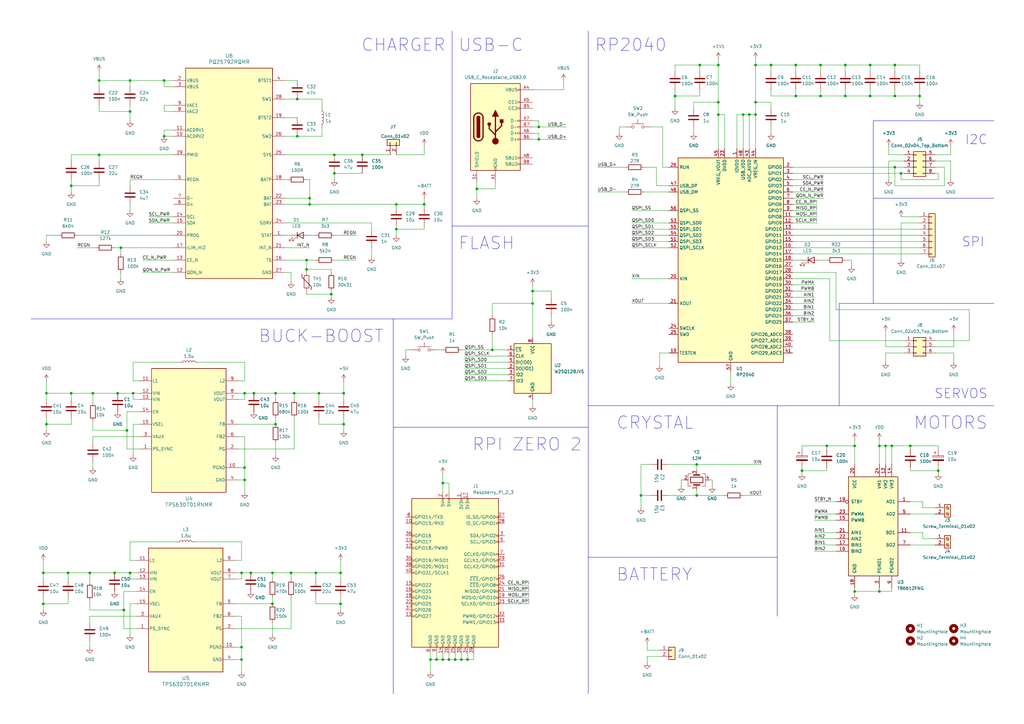
<source format=kicad_sch>
(kicad_sch (version 20230121) (generator eeschema)
  (paper "A3")
  (title_block (date "20.10.2023"))
  (junction (at 285.75 190.5))
  (junction (at 40.64 33.02))
  (junction (at 184.15 270.51))
  (junction (at 129.54 234.95))
  (junction (at 384.81 193.04))
  (junction (at 148.59 63.5))
  (junction (at 309.88 26.67))
  (junction (at 365.76 182.88))
  (junction (at 367.03 68.58))
  (junction (at 220.98 52.07))
  (junction (at 339.09 182.88))
  (junction (at 377.19 39.37))
  (junction (at 369.57 71.12))
  (junction (at 99.06 265.43))
  (junction (at 218.44 119.38))
  (junction (at 130.81 161.29))
  (junction (at 140.97 173.99))
  (junction (at 346.71 26.67))
  (junction (at 191.77 270.51))
  (junction (at 49.53 101.6))
  (junction (at 111.76 234.95))
  (junction (at 50.8 250.19))
  (junction (at 367.03 26.67))
  (junction (at 328.93 193.04))
  (junction (at 100.33 196.85))
  (junction (at 113.03 161.29))
  (junction (at 17.78 247.65))
  (junction (at 189.23 270.51))
  (junction (at 336.55 26.67))
  (junction (at 304.8 46.99))
  (junction (at 125.73 106.68))
  (junction (at 29.21 161.29))
  (junction (at 336.55 39.37))
  (junction (at 294.64 41.91))
  (junction (at 125.73 110.49))
  (junction (at 326.39 39.37))
  (junction (at 113.03 173.99))
  (junction (at 363.22 182.88))
  (junction (at 119.38 234.95))
  (junction (at 181.61 198.12))
  (junction (at 135.89 120.65))
  (junction (at 121.92 40.64))
  (junction (at 173.99 83.82))
  (junction (at 262.89 203.2))
  (junction (at 53.34 33.02))
  (junction (at 307.34 46.99))
  (junction (at 285.75 203.2))
  (junction (at 309.88 41.91))
  (junction (at 162.56 93.98))
  (junction (at 162.56 83.82))
  (junction (at 100.33 161.29))
  (junction (at 179.07 270.51))
  (junction (at 102.87 234.95))
  (junction (at 350.52 242.57))
  (junction (at 287.02 26.67))
  (junction (at 360.68 182.88))
  (junction (at 316.23 26.67))
  (junction (at 19.05 173.99))
  (junction (at 53.34 234.95))
  (junction (at 360.68 242.57))
  (junction (at 218.44 124.46))
  (junction (at 276.86 39.37))
  (junction (at 127 81.28))
  (junction (at 46.99 234.95))
  (junction (at 99.06 270.51))
  (junction (at 294.64 26.67))
  (junction (at 350.52 182.88))
  (junction (at 367.03 39.37))
  (junction (at 48.26 161.29))
  (junction (at 186.69 270.51))
  (junction (at 139.7 247.65))
  (junction (at 346.71 39.37))
  (junction (at 100.33 191.77))
  (junction (at 19.05 161.29))
  (junction (at 356.87 39.37))
  (junction (at 181.61 270.51))
  (junction (at 104.14 161.29))
  (junction (at 120.65 161.29))
  (junction (at 52.07 176.53))
  (junction (at 201.93 143.51))
  (junction (at 38.1 161.29))
  (junction (at 195.58 77.47))
  (junction (at 137.16 71.12))
  (junction (at 309.88 46.99))
  (junction (at 111.76 247.65))
  (junction (at 67.31 33.02))
  (junction (at 27.94 234.95))
  (junction (at 137.16 63.5))
  (junction (at 294.64 46.99))
  (junction (at 356.87 26.67))
  (junction (at 29.21 76.2))
  (junction (at 99.06 234.95))
  (junction (at 54.61 161.29))
  (junction (at 17.78 234.95))
  (junction (at 53.34 45.72))
  (junction (at 373.38 182.88))
  (junction (at 220.98 57.15))
  (junction (at 139.7 234.95))
  (junction (at 67.31 55.88))
  (junction (at 121.92 55.88))
  (junction (at 140.97 161.29))
  (junction (at 36.83 234.95))
  (junction (at 326.39 26.67))
  (junction (at 176.53 270.51))
  (junction (at 127 83.82))
  (junction (at 40.64 63.5))
  (wire (pts (xy 125.73 106.68) (xy 125.73 110.49)))
  (wire (pts (xy 125.73 106.68) (xy 129.54 106.68)))
  (wire (pts (xy 325.12 78.74) (xy 337.82 78.74)))
  (wire (pts (xy 53.34 83.82) (xy 53.34 86.36)))
  (wire (pts (xy 40.64 33.02) (xy 53.34 33.02)))
  (wire (pts (xy 325.12 114.3) (xy 340.36 114.3)))
  (wire (pts (xy 264.16 78.74) (xy 274.32 78.74)))
  (wire (pts (xy 364.49 59.69) (xy 364.49 63.5)))
  (wire (pts (xy 116.84 83.82) (xy 127 83.82)))
  (wire (pts (xy 349.25 109.22) (xy 349.25 106.68)))
  (wire (pts (xy 190.5 156.21) (xy 208.28 156.21)))
  (wire (pts (xy 373.38 210.82) (xy 383.54 210.82)))
  (wire (pts (xy 339.09 191.77) (xy 339.09 193.04)))
  (wire (pts (xy 130.81 161.29) (xy 140.97 161.29)))
  (polyline (pts (xy 344.17 124.46) (xy 407.67 124.46)))
  (wire (pts (xy 391.16 135.89) (xy 391.16 142.24)))
  (wire (pts (xy 356.87 26.67) (xy 356.87 29.21)))
  (wire (pts (xy 373.38 223.52) (xy 383.54 223.52)))
  (wire (pts (xy 397.51 127) (xy 397.51 139.7)))
  (wire (pts (xy 27.94 247.65) (xy 17.78 247.65)))
  (wire (pts (xy 139.7 245.11) (xy 139.7 247.65)))
  (wire (pts (xy 36.83 238.76) (xy 36.83 234.95)))
  (wire (pts (xy 184.15 201.93) (xy 184.15 198.12)))
  (wire (pts (xy 116.84 48.26) (xy 121.92 48.26)))
  (wire (pts (xy 100.33 163.83) (xy 97.79 163.83)))
  (wire (pts (xy 285.75 190.5) (xy 312.42 190.5)))
  (wire (pts (xy 370.84 144.78) (xy 363.22 144.78)))
  (wire (pts (xy 384.81 182.88) (xy 384.81 184.15)))
  (wire (pts (xy 294.64 41.91) (xy 284.48 41.91)))
  (wire (pts (xy 350.52 242.57) (xy 350.52 241.3)))
  (wire (pts (xy 195.58 74.93) (xy 195.58 77.47)))
  (wire (pts (xy 369.57 91.44) (xy 377.19 91.44)))
  (wire (pts (xy 307.34 46.99) (xy 309.88 46.99)))
  (wire (pts (xy 220.98 57.15) (xy 232.41 57.15)))
  (wire (pts (xy 203.2 74.93) (xy 203.2 77.47)))
  (wire (pts (xy 336.55 26.67) (xy 336.55 29.21)))
  (wire (pts (xy 162.56 93.98) (xy 162.56 96.52)))
  (wire (pts (xy 116.84 106.68) (xy 125.73 106.68)))
  (wire (pts (xy 119.38 234.95) (xy 129.54 234.95)))
  (wire (pts (xy 378.46 205.74) (xy 378.46 208.28)))
  (wire (pts (xy 316.23 52.07) (xy 316.23 54.61)))
  (wire (pts (xy 36.83 234.95) (xy 46.99 234.95)))
  (wire (pts (xy 336.55 39.37) (xy 346.71 39.37)))
  (wire (pts (xy 220.98 54.61) (xy 220.98 57.15)))
  (wire (pts (xy 99.06 270.51) (xy 99.06 275.59)))
  (wire (pts (xy 259.08 101.6) (xy 274.32 101.6)))
  (wire (pts (xy 367.03 68.58) (xy 367.03 76.2)))
  (wire (pts (xy 99.06 229.87) (xy 96.52 229.87)))
  (wire (pts (xy 17.78 247.65) (xy 17.78 245.11)))
  (wire (pts (xy 334.01 223.52) (xy 342.9 223.52)))
  (wire (pts (xy 373.38 193.04) (xy 384.81 193.04)))
  (wire (pts (xy 378.46 208.28) (xy 383.54 208.28)))
  (wire (pts (xy 207.01 247.65) (xy 217.17 247.65)))
  (wire (pts (xy 60.96 88.9) (xy 71.12 88.9)))
  (wire (pts (xy 226.06 121.92) (xy 226.06 119.38)))
  (wire (pts (xy 262.89 203.2) (xy 262.89 190.5)))
  (wire (pts (xy 207.01 240.03) (xy 217.17 240.03)))
  (wire (pts (xy 370.84 139.7) (xy 340.36 139.7)))
  (wire (pts (xy 270.51 144.78) (xy 270.51 149.86)))
  (wire (pts (xy 360.68 242.57) (xy 350.52 242.57)))
  (wire (pts (xy 135.89 120.65) (xy 135.89 121.92)))
  (wire (pts (xy 53.34 73.66) (xy 71.12 73.66)))
  (wire (pts (xy 207.01 242.57) (xy 217.17 242.57)))
  (wire (pts (xy 181.61 267.97) (xy 181.61 270.51)))
  (wire (pts (xy 346.71 26.67) (xy 346.71 29.21)))
  (wire (pts (xy 274.32 190.5) (xy 285.75 190.5)))
  (wire (pts (xy 309.88 46.99) (xy 309.88 60.96)))
  (wire (pts (xy 55.88 247.65) (xy 53.34 247.65)))
  (wire (pts (xy 373.38 184.15) (xy 373.38 182.88)))
  (wire (pts (xy 179.07 143.51) (xy 181.61 143.51)))
  (wire (pts (xy 29.21 76.2) (xy 29.21 78.74)))
  (wire (pts (xy 363.22 190.5) (xy 363.22 182.88)))
  (wire (pts (xy 387.35 68.58) (xy 387.35 76.2)))
  (wire (pts (xy 325.12 88.9) (xy 335.28 88.9)))
  (wire (pts (xy 276.86 36.83) (xy 276.86 39.37)))
  (wire (pts (xy 397.51 139.7) (xy 383.54 139.7)))
  (wire (pts (xy 274.32 203.2) (xy 285.75 203.2)))
  (wire (pts (xy 184.15 267.97) (xy 184.15 270.51)))
  (wire (pts (xy 369.57 71.12) (xy 370.84 71.12)))
  (wire (pts (xy 203.2 77.47) (xy 195.58 77.47)))
  (wire (pts (xy 104.14 161.29) (xy 113.03 161.29)))
  (wire (pts (xy 328.93 193.04) (xy 339.09 193.04)))
  (wire (pts (xy 132.08 44.45) (xy 132.08 40.64)))
  (wire (pts (xy 67.31 35.56) (xy 67.31 33.02)))
  (wire (pts (xy 38.1 176.53) (xy 38.1 172.72)))
  (wire (pts (xy 325.12 101.6) (xy 377.19 101.6)))
  (wire (pts (xy 349.25 106.68) (xy 346.71 106.68)))
  (wire (pts (xy 262.89 203.2) (xy 262.89 208.28)))
  (wire (pts (xy 113.03 161.29) (xy 113.03 163.83)))
  (wire (pts (xy 363.22 182.88) (xy 360.68 182.88)))
  (wire (pts (xy 190.5 146.05) (xy 208.28 146.05)))
  (wire (pts (xy 270.51 266.7) (xy 265.43 266.7)))
  (wire (pts (xy 309.88 26.67) (xy 309.88 41.91)))
  (wire (pts (xy 99.06 265.43) (xy 99.06 270.51)))
  (wire (pts (xy 373.38 205.74) (xy 378.46 205.74)))
  (wire (pts (xy 336.55 106.68) (xy 339.09 106.68)))
  (wire (pts (xy 71.12 33.02) (xy 67.31 33.02)))
  (wire (pts (xy 111.76 234.95) (xy 119.38 234.95)))
  (wire (pts (xy 127 96.52) (xy 129.54 96.52)))
  (polyline (pts (xy 358.14 81.28) (xy 358.14 124.46)))
  (wire (pts (xy 201.93 129.54) (xy 201.93 124.46)))
  (wire (pts (xy 52.07 168.91) (xy 57.15 168.91)))
  (wire (pts (xy 339.09 184.15) (xy 339.09 182.88)))
  (wire (pts (xy 334.01 205.74) (xy 342.9 205.74)))
  (wire (pts (xy 387.35 76.2) (xy 367.03 76.2)))
  (wire (pts (xy 292.1 196.85) (xy 292.1 199.39)))
  (wire (pts (xy 96.52 252.73) (xy 99.06 252.73)))
  (wire (pts (xy 190.5 153.67) (xy 208.28 153.67)))
  (wire (pts (xy 96.52 247.65) (xy 111.76 247.65)))
  (wire (pts (xy 383.54 68.58) (xy 387.35 68.58)))
  (wire (pts (xy 276.86 39.37) (xy 287.02 39.37)))
  (wire (pts (xy 326.39 26.67) (xy 336.55 26.67)))
  (wire (pts (xy 17.78 234.95) (xy 17.78 237.49)))
  (wire (pts (xy 162.56 92.71) (xy 162.56 93.98)))
  (wire (pts (xy 139.7 247.65) (xy 129.54 247.65)))
  (wire (pts (xy 325.12 68.58) (xy 367.03 68.58)))
  (polyline (pts (xy 318.77 252.73) (xy 318.77 166.37)))
  (wire (pts (xy 294.64 24.13) (xy 294.64 26.67)))
  (wire (pts (xy 266.7 203.2) (xy 262.89 203.2)))
  (wire (pts (xy 220.98 49.53) (xy 220.98 52.07)))
  (wire (pts (xy 49.53 104.14) (xy 49.53 101.6)))
  (wire (pts (xy 297.18 46.99) (xy 297.18 60.96)))
  (wire (pts (xy 57.15 173.99) (xy 54.61 173.99)))
  (wire (pts (xy 189.23 267.97) (xy 189.23 270.51)))
  (wire (pts (xy 383.54 142.24) (xy 391.16 142.24)))
  (wire (pts (xy 325.12 86.36) (xy 335.28 86.36)))
  (wire (pts (xy 96.52 234.95) (xy 99.06 234.95)))
  (wire (pts (xy 48.26 161.29) (xy 54.61 161.29)))
  (wire (pts (xy 218.44 119.38) (xy 218.44 124.46)))
  (wire (pts (xy 100.33 191.77) (xy 100.33 196.85)))
  (wire (pts (xy 99.06 237.49) (xy 96.52 237.49)))
  (wire (pts (xy 297.18 46.99) (xy 294.64 46.99)))
  (wire (pts (xy 19.05 161.29) (xy 19.05 163.83)))
  (wire (pts (xy 181.61 194.31) (xy 181.61 198.12)))
  (wire (pts (xy 137.16 71.12) (xy 148.59 71.12)))
  (wire (pts (xy 334.01 132.08) (xy 325.12 132.08)))
  (wire (pts (xy 54.61 148.59) (xy 54.61 156.21)))
  (wire (pts (xy 207.01 245.11) (xy 217.17 245.11)))
  (wire (pts (xy 325.12 93.98) (xy 377.19 93.98)))
  (wire (pts (xy 284.48 52.07) (xy 284.48 54.61)))
  (wire (pts (xy 274.32 68.58) (xy 271.78 68.58)))
  (wire (pts (xy 120.65 161.29) (xy 130.81 161.29)))
  (wire (pts (xy 99.06 222.25) (xy 99.06 229.87)))
  (wire (pts (xy 377.19 36.83) (xy 377.19 39.37)))
  (polyline (pts (xy 241.3 12.7) (xy 241.3 92.71)))
  (wire (pts (xy 334.01 116.84) (xy 325.12 116.84)))
  (wire (pts (xy 365.76 241.3) (xy 365.76 242.57)))
  (wire (pts (xy 284.48 41.91) (xy 284.48 44.45)))
  (wire (pts (xy 50.8 242.57) (xy 50.8 250.19)))
  (wire (pts (xy 58.42 106.68) (xy 71.12 106.68)))
  (wire (pts (xy 121.92 40.64) (xy 132.08 40.64)))
  (wire (pts (xy 377.19 26.67) (xy 377.19 29.21)))
  (wire (pts (xy 173.99 83.82) (xy 173.99 85.09)))
  (wire (pts (xy 367.03 68.58) (xy 370.84 68.58)))
  (wire (pts (xy 130.81 163.83) (xy 130.81 161.29)))
  (wire (pts (xy 120.65 171.45) (xy 120.65 184.15)))
  (wire (pts (xy 99.06 234.95) (xy 99.06 237.49)))
  (wire (pts (xy 350.52 243.84) (xy 350.52 242.57)))
  (wire (pts (xy 19.05 173.99) (xy 19.05 171.45)))
  (wire (pts (xy 176.53 267.97) (xy 176.53 270.51)))
  (wire (pts (xy 111.76 255.27) (xy 111.76 260.35)))
  (wire (pts (xy 307.34 46.99) (xy 307.34 60.96)))
  (wire (pts (xy 363.22 135.89) (xy 363.22 142.24)))
  (wire (pts (xy 40.64 33.02) (xy 40.64 35.56)))
  (wire (pts (xy 96.52 265.43) (xy 99.06 265.43)))
  (wire (pts (xy 189.23 270.51) (xy 186.69 270.51)))
  (wire (pts (xy 53.34 247.65) (xy 53.34 260.35)))
  (wire (pts (xy 36.83 252.73) (xy 36.83 255.27)))
  (wire (pts (xy 49.53 101.6) (xy 71.12 101.6)))
  (wire (pts (xy 127 81.28) (xy 127 83.82)))
  (wire (pts (xy 194.31 267.97) (xy 194.31 270.51)))
  (wire (pts (xy 166.37 146.05) (xy 166.37 143.51)))
  (wire (pts (xy 218.44 124.46) (xy 218.44 138.43)))
  (wire (pts (xy 302.26 46.99) (xy 302.26 60.96)))
  (wire (pts (xy 179.07 267.97) (xy 179.07 270.51)))
  (wire (pts (xy 265.43 264.16) (xy 265.43 266.7)))
  (wire (pts (xy 342.9 127) (xy 397.51 127)))
  (wire (pts (xy 287.02 36.83) (xy 287.02 39.37)))
  (wire (pts (xy 360.68 180.34) (xy 360.68 182.88)))
  (wire (pts (xy 121.92 55.88) (xy 116.84 55.88)))
  (wire (pts (xy 201.93 143.51) (xy 208.28 143.51)))
  (wire (pts (xy 383.54 144.78) (xy 391.16 144.78)))
  (wire (pts (xy 38.1 161.29) (xy 48.26 161.29)))
  (wire (pts (xy 191.77 270.51) (xy 189.23 270.51)))
  (wire (pts (xy 121.92 55.88) (xy 132.08 55.88)))
  (wire (pts (xy 140.97 171.45) (xy 140.97 173.99)))
  (wire (pts (xy 378.46 218.44) (xy 373.38 218.44)))
  (wire (pts (xy 29.21 73.66) (xy 29.21 76.2)))
  (wire (pts (xy 226.06 119.38) (xy 218.44 119.38)))
  (wire (pts (xy 179.07 270.51) (xy 176.53 270.51)))
  (wire (pts (xy 190.5 151.13) (xy 208.28 151.13)))
  (wire (pts (xy 125.73 120.65) (xy 135.89 120.65)))
  (wire (pts (xy 40.64 45.72) (xy 53.34 45.72)))
  (wire (pts (xy 328.93 184.15) (xy 328.93 182.88)))
  (wire (pts (xy 334.01 121.92) (xy 325.12 121.92)))
  (wire (pts (xy 259.08 96.52) (xy 274.32 96.52)))
  (wire (pts (xy 340.36 114.3) (xy 340.36 139.7)))
  (wire (pts (xy 50.8 242.57) (xy 55.88 242.57)))
  (wire (pts (xy 285.75 190.5) (xy 285.75 193.04)))
  (wire (pts (xy 120.65 161.29) (xy 120.65 163.83)))
  (wire (pts (xy 17.78 229.87) (xy 17.78 234.95)))
  (wire (pts (xy 377.19 39.37) (xy 377.19 41.91)))
  (wire (pts (xy 116.84 81.28) (xy 127 81.28)))
  (wire (pts (xy 19.05 156.21) (xy 19.05 161.29)))
  (wire (pts (xy 201.93 137.16) (xy 201.93 143.51)))
  (wire (pts (xy 325.12 71.12) (xy 369.57 71.12)))
  (wire (pts (xy 100.33 196.85) (xy 100.33 201.93)))
  (wire (pts (xy 19.05 161.29) (xy 29.21 161.29)))
  (wire (pts (xy 364.49 63.5) (xy 370.84 63.5)))
  (polyline (pts (xy 358.14 49.53) (xy 358.14 81.28)))
  (wire (pts (xy 173.99 81.28) (xy 173.99 83.82)))
  (wire (pts (xy 53.34 229.87) (xy 55.88 229.87)))
  (wire (pts (xy 97.79 179.07) (xy 100.33 179.07)))
  (wire (pts (xy 389.89 66.04) (xy 389.89 73.66)))
  (wire (pts (xy 17.78 247.65) (xy 17.78 250.19)))
  (wire (pts (xy 116.84 33.02) (xy 121.92 33.02)))
  (wire (pts (xy 220.98 52.07) (xy 232.41 52.07)))
  (polyline (pts (xy 12.7 130.81) (xy 161.29 130.81)))
  (wire (pts (xy 38.1 165.1) (xy 38.1 161.29)))
  (wire (pts (xy 218.44 163.83) (xy 218.44 166.37)))
  (wire (pts (xy 102.87 234.95) (xy 111.76 234.95)))
  (wire (pts (xy 316.23 41.91) (xy 309.88 41.91)))
  (wire (pts (xy 135.89 120.65) (xy 135.89 119.38)))
  (wire (pts (xy 294.64 26.67) (xy 287.02 26.67)))
  (wire (pts (xy 129.54 237.49) (xy 129.54 234.95)))
  (wire (pts (xy 71.12 53.34) (xy 67.31 53.34)))
  (wire (pts (xy 279.4 196.85) (xy 279.4 199.39)))
  (wire (pts (xy 162.56 93.98) (xy 173.99 93.98)))
  (wire (pts (xy 218.44 116.84) (xy 218.44 119.38)))
  (wire (pts (xy 173.99 59.69) (xy 173.99 63.5)))
  (wire (pts (xy 365.76 182.88) (xy 373.38 182.88)))
  (wire (pts (xy 29.21 173.99) (xy 19.05 173.99)))
  (wire (pts (xy 162.56 83.82) (xy 162.56 85.09)))
  (wire (pts (xy 269.24 68.58) (xy 269.24 76.2)))
  (wire (pts (xy 97.79 184.15) (xy 120.65 184.15)))
  (wire (pts (xy 46.99 101.6) (xy 49.53 101.6)))
  (wire (pts (xy 265.43 269.24) (xy 265.43 271.78)))
  (wire (pts (xy 334.01 220.98) (xy 342.9 220.98)))
  (wire (pts (xy 226.06 129.54) (xy 226.06 132.08)))
  (wire (pts (xy 67.31 43.18) (xy 67.31 45.72)))
  (wire (pts (xy 31.75 101.6) (xy 39.37 101.6)))
  (wire (pts (xy 264.16 68.58) (xy 269.24 68.58)))
  (wire (pts (xy 27.94 245.11) (xy 27.94 247.65)))
  (wire (pts (xy 384.81 73.66) (xy 369.57 73.66)))
  (wire (pts (xy 367.03 36.83) (xy 367.03 39.37)))
  (wire (pts (xy 116.84 101.6) (xy 127 101.6)))
  (polyline (pts (xy 161.29 130.81) (xy 185.42 130.81)))
  (polyline (pts (xy 241.3 92.71) (xy 185.42 92.71)))
  (wire (pts (xy 181.61 198.12) (xy 181.61 201.93)))
  (wire (pts (xy 135.89 110.49) (xy 125.73 110.49)))
  (wire (pts (xy 378.46 220.98) (xy 378.46 218.44)))
  (wire (pts (xy 53.34 234.95) (xy 53.34 237.49)))
  (wire (pts (xy 135.89 111.76) (xy 135.89 110.49)))
  (wire (pts (xy 186.69 270.51) (xy 184.15 270.51)))
  (wire (pts (xy 342.9 111.76) (xy 342.9 127)))
  (wire (pts (xy 100.33 196.85) (xy 97.79 196.85)))
  (wire (pts (xy 40.64 63.5) (xy 71.12 63.5)))
  (wire (pts (xy 280.67 196.85) (xy 279.4 196.85)))
  (wire (pts (xy 73.66 148.59) (xy 54.61 148.59)))
  (wire (pts (xy 40.64 29.21) (xy 40.64 33.02)))
  (wire (pts (xy 40.64 63.5) (xy 40.64 66.04)))
  (wire (pts (xy 316.23 39.37) (xy 326.39 39.37)))
  (wire (pts (xy 162.56 63.5) (xy 173.99 63.5)))
  (wire (pts (xy 391.16 144.78) (xy 391.16 148.59)))
  (wire (pts (xy 53.34 43.18) (xy 53.34 45.72)))
  (wire (pts (xy 97.79 161.29) (xy 100.33 161.29)))
  (wire (pts (xy 367.03 39.37) (xy 377.19 39.37)))
  (wire (pts (xy 339.09 182.88) (xy 350.52 182.88)))
  (wire (pts (xy 191.77 267.97) (xy 191.77 270.51)))
  (wire (pts (xy 383.54 63.5) (xy 389.89 63.5)))
  (wire (pts (xy 60.96 91.44) (xy 71.12 91.44)))
  (wire (pts (xy 119.38 111.76) (xy 119.38 115.57)))
  (wire (pts (xy 116.84 63.5) (xy 137.16 63.5)))
  (wire (pts (xy 29.21 76.2) (xy 40.64 76.2)))
  (wire (pts (xy 294.64 26.67) (xy 294.64 41.91)))
  (wire (pts (xy 55.88 257.81) (xy 50.8 257.81)))
  (wire (pts (xy 140.97 176.53) (xy 140.97 173.99)))
  (polyline (pts (xy 318.77 166.37) (xy 407.67 166.37)))
  (wire (pts (xy 53.34 45.72) (xy 53.34 49.53)))
  (wire (pts (xy 370.84 66.04) (xy 364.49 66.04)))
  (wire (pts (xy 304.8 46.99) (xy 304.8 60.96)))
  (wire (pts (xy 336.55 26.67) (xy 346.71 26.67)))
  (wire (pts (xy 139.7 250.19) (xy 139.7 247.65)))
  (wire (pts (xy 256.54 52.07) (xy 254 52.07)))
  (wire (pts (xy 80.01 222.25) (xy 99.06 222.25)))
  (wire (pts (xy 325.12 96.52) (xy 377.19 96.52)))
  (wire (pts (xy 325.12 106.68) (xy 328.93 106.68)))
  (wire (pts (xy 184.15 270.51) (xy 181.61 270.51)))
  (wire (pts (xy 118.11 73.66) (xy 116.84 73.66)))
  (wire (pts (xy 325.12 99.06) (xy 377.19 99.06)))
  (wire (pts (xy 27.94 234.95) (xy 27.94 237.49)))
  (wire (pts (xy 325.12 104.14) (xy 377.19 104.14)))
  (wire (pts (xy 274.32 144.78) (xy 270.51 144.78)))
  (wire (pts (xy 36.83 250.19) (xy 36.83 246.38)))
  (wire (pts (xy 360.68 182.88) (xy 360.68 190.5)))
  (wire (pts (xy 29.21 161.29) (xy 38.1 161.29)))
  (wire (pts (xy 119.38 245.11) (xy 119.38 257.81)))
  (wire (pts (xy 299.72 152.4) (xy 299.72 157.48)))
  (wire (pts (xy 72.39 222.25) (xy 53.34 222.25)))
  (wire (pts (xy 342.9 111.76) (xy 325.12 111.76)))
  (wire (pts (xy 360.68 242.57) (xy 360.68 241.3)))
  (wire (pts (xy 186.69 267.97) (xy 186.69 270.51)))
  (wire (pts (xy 38.1 176.53) (xy 52.07 176.53)))
  (wire (pts (xy 389.89 59.69) (xy 389.89 63.5)))
  (wire (pts (xy 287.02 26.67) (xy 287.02 29.21)))
  (wire (pts (xy 326.39 39.37) (xy 336.55 39.37)))
  (wire (pts (xy 218.44 54.61) (xy 220.98 54.61)))
  (wire (pts (xy 36.83 262.89) (xy 36.83 265.43)))
  (wire (pts (xy 67.31 53.34) (xy 67.31 55.88)))
  (wire (pts (xy 373.38 193.04) (xy 373.38 191.77)))
  (polyline (pts (xy 241.3 92.71) (xy 241.3 175.26)))
  (wire (pts (xy 181.61 270.51) (xy 179.07 270.51)))
  (wire (pts (xy 369.57 73.66) (xy 369.57 71.12)))
  (wire (pts (xy 259.08 114.3) (xy 274.32 114.3)))
  (wire (pts (xy 40.64 43.18) (xy 40.64 45.72)))
  (wire (pts (xy 285.75 200.66) (xy 285.75 203.2)))
  (wire (pts (xy 334.01 129.54) (xy 325.12 129.54)))
  (wire (pts (xy 19.05 173.99) (xy 19.05 176.53)))
  (wire (pts (xy 328.93 182.88) (xy 339.09 182.88)))
  (wire (pts (xy 316.23 36.83) (xy 316.23 39.37)))
  (wire (pts (xy 53.34 73.66) (xy 53.34 76.2)))
  (wire (pts (xy 162.56 83.82) (xy 173.99 83.82)))
  (wire (pts (xy 173.99 93.98) (xy 173.99 92.71)))
  (wire (pts (xy 67.31 45.72) (xy 71.12 45.72)))
  (wire (pts (xy 269.24 76.2) (xy 274.32 76.2)))
  (wire (pts (xy 356.87 26.67) (xy 367.03 26.67)))
  (wire (pts (xy 152.4 91.44) (xy 152.4 93.98)))
  (wire (pts (xy 309.88 41.91) (xy 309.88 46.99)))
  (wire (pts (xy 111.76 245.11) (xy 111.76 247.65)))
  (polyline (pts (xy 407.67 49.53) (xy 358.14 49.53)))
  (wire (pts (xy 58.42 111.76) (xy 71.12 111.76)))
  (wire (pts (xy 334.01 124.46) (xy 325.12 124.46)))
  (wire (pts (xy 137.16 71.12) (xy 137.16 73.66)))
  (wire (pts (xy 127 81.28) (xy 127 73.66)))
  (wire (pts (xy 259.08 86.36) (xy 274.32 86.36)))
  (wire (pts (xy 29.21 171.45) (xy 29.21 173.99)))
  (wire (pts (xy 100.33 156.21) (xy 97.79 156.21)))
  (wire (pts (xy 259.08 124.46) (xy 274.32 124.46)))
  (wire (pts (xy 259.08 91.44) (xy 274.32 91.44)))
  (wire (pts (xy 100.33 179.07) (xy 100.33 191.77)))
  (wire (pts (xy 384.81 71.12) (xy 383.54 71.12)))
  (wire (pts (xy 31.75 96.52) (xy 71.12 96.52)))
  (wire (pts (xy 140.97 156.21) (xy 140.97 161.29)))
  (wire (pts (xy 116.84 96.52) (xy 119.38 96.52)))
  (wire (pts (xy 276.86 39.37) (xy 276.86 44.45)))
  (wire (pts (xy 71.12 43.18) (xy 67.31 43.18)))
  (wire (pts (xy 356.87 39.37) (xy 367.03 39.37)))
  (wire (pts (xy 356.87 36.83) (xy 356.87 39.37)))
  (wire (pts (xy 262.89 190.5) (xy 266.7 190.5)))
  (wire (pts (xy 218.44 57.15) (xy 220.98 57.15)))
  (wire (pts (xy 111.76 234.95) (xy 111.76 237.49)))
  (wire (pts (xy 218.44 52.07) (xy 220.98 52.07)))
  (wire (pts (xy 316.23 26.67) (xy 326.39 26.67)))
  (wire (pts (xy 365.76 182.88) (xy 363.22 182.88)))
  (wire (pts (xy 334.01 226.06) (xy 342.9 226.06)))
  (wire (pts (xy 316.23 29.21) (xy 316.23 26.67)))
  (wire (pts (xy 140.97 173.99) (xy 130.81 173.99)))
  (wire (pts (xy 201.93 124.46) (xy 218.44 124.46)))
  (wire (pts (xy 137.16 96.52) (xy 146.05 96.52)))
  (wire (pts (xy 17.78 234.95) (xy 27.94 234.95)))
  (polyline (pts (xy 241.3 175.26) (xy 241.3 284.48)))
  (wire (pts (xy 52.07 168.91) (xy 52.07 176.53)))
  (wire (pts (xy 49.53 111.76) (xy 49.53 114.3)))
  (wire (pts (xy 29.21 161.29) (xy 29.21 163.83)))
  (wire (pts (xy 113.03 181.61) (xy 113.03 186.69)))
  (wire (pts (xy 55.88 234.95) (xy 53.34 234.95)))
  (wire (pts (xy 99.06 234.95) (xy 102.87 234.95)))
  (wire (pts (xy 127 83.82) (xy 162.56 83.82)))
  (wire (pts (xy 53.34 222.25) (xy 53.34 229.87)))
  (wire (pts (xy 302.26 46.99) (xy 304.8 46.99)))
  (wire (pts (xy 140.97 161.29) (xy 140.97 163.83)))
  (wire (pts (xy 377.19 88.9) (xy 369.57 88.9)))
  (wire (pts (xy 54.61 163.83) (xy 57.15 163.83)))
  (wire (pts (xy 100.33 161.29) (xy 104.14 161.29)))
  (wire (pts (xy 259.08 93.98) (xy 274.32 93.98)))
  (wire (pts (xy 57.15 161.29) (xy 54.61 161.29)))
  (wire (pts (xy 38.1 179.07) (xy 38.1 181.61)))
  (wire (pts (xy 139.7 229.87) (xy 139.7 234.95)))
  (wire (pts (xy 53.34 33.02) (xy 53.34 35.56)))
  (wire (pts (xy 325.12 81.28) (xy 337.82 81.28)))
  (wire (pts (xy 113.03 171.45) (xy 113.03 173.99)))
  (wire (pts (xy 346.71 26.67) (xy 356.87 26.67)))
  (wire (pts (xy 100.33 148.59) (xy 100.33 156.21)))
  (wire (pts (xy 271.78 68.58) (xy 271.78 52.07)))
  (wire (pts (xy 367.03 26.67) (xy 367.03 29.21)))
  (wire (pts (xy 259.08 99.06) (xy 274.32 99.06)))
  (wire (pts (xy 116.84 111.76) (xy 119.38 111.76)))
  (wire (pts (xy 334.01 213.36) (xy 342.9 213.36)))
  (wire (pts (xy 29.21 63.5) (xy 29.21 66.04)))
  (wire (pts (xy 71.12 35.56) (xy 67.31 35.56)))
  (wire (pts (xy 148.59 63.5) (xy 160.02 63.5)))
  (wire (pts (xy 384.81 193.04) (xy 384.81 191.77)))
  (wire (pts (xy 194.31 270.51) (xy 191.77 270.51)))
  (wire (pts (xy 367.03 26.67) (xy 377.19 26.67)))
  (wire (pts (xy 97.79 173.99) (xy 113.03 173.99)))
  (wire (pts (xy 266.7 52.07) (xy 271.78 52.07)))
  (wire (pts (xy 378.46 220.98) (xy 383.54 220.98)))
  (wire (pts (xy 55.88 252.73) (xy 36.83 252.73)))
  (wire (pts (xy 57.15 179.07) (xy 38.1 179.07)))
  (wire (pts (xy 304.8 46.99) (xy 307.34 46.99)))
  (polyline (pts (xy 185.42 12.7) (xy 185.42 130.81)))
  (wire (pts (xy 254 52.07) (xy 254 54.61)))
  (wire (pts (xy 350.52 180.34) (xy 350.52 182.88)))
  (wire (pts (xy 127 73.66) (xy 125.73 73.66)))
  (wire (pts (xy 290.83 196.85) (xy 292.1 196.85)))
  (wire (pts (xy 100.33 161.29) (xy 100.33 163.83)))
  (wire (pts (xy 334.01 218.44) (xy 342.9 218.44)))
  (wire (pts (xy 97.79 191.77) (xy 100.33 191.77)))
  (wire (pts (xy 365.76 242.57) (xy 360.68 242.57)))
  (wire (pts (xy 176.53 270.51) (xy 176.53 275.59)))
  (wire (pts (xy 27.94 234.95) (xy 36.83 234.95)))
  (polyline (pts (xy 241.3 166.37) (xy 318.77 166.37)))
  (wire (pts (xy 328.93 193.04) (xy 328.93 194.31)))
  (polyline (pts (xy 241.3 228.6) (xy 318.77 228.6)))
  (wire (pts (xy 346.71 36.83) (xy 346.71 39.37)))
  (wire (pts (xy 334.01 119.38) (xy 325.12 119.38)))
  (polyline (pts (xy 407.67 81.28) (xy 358.14 81.28)))
  (wire (pts (xy 52.07 184.15) (xy 52.07 176.53)))
  (wire (pts (xy 326.39 36.83) (xy 326.39 39.37)))
  (wire (pts (xy 99.06 270.51) (xy 96.52 270.51)))
  (wire (pts (xy 364.49 66.04) (xy 364.49 73.66)))
  (wire (pts (xy 67.31 55.88) (xy 71.12 55.88)))
  (wire (pts (xy 54.61 173.99) (xy 54.61 186.69)))
  (wire (pts (xy 218.44 36.83) (xy 231.14 36.83)))
  (wire (pts (xy 24.13 96.52) (xy 19.05 96.52)))
  (wire (pts (xy 325.12 76.2) (xy 337.82 76.2)))
  (wire (pts (xy 384.81 71.12) (xy 384.81 73.66)))
  (wire (pts (xy 336.55 36.83) (xy 336.55 39.37)))
  (wire (pts (xy 328.93 191.77) (xy 328.93 193.04)))
  (wire (pts (xy 166.37 143.51) (xy 168.91 143.51)))
  (wire (pts (xy 383.54 66.04) (xy 389.89 66.04)))
  (wire (pts (xy 57.15 184.15) (xy 52.07 184.15)))
  (wire (pts (xy 19.05 96.52) (xy 19.05 99.06)))
  (wire (pts (xy 129.54 234.95) (xy 139.7 234.95)))
  (wire (pts (xy 231.14 33.02) (xy 231.14 36.83)))
  (wire (pts (xy 256.54 78.74) (xy 245.11 78.74)))
  (wire (pts (xy 40.64 73.66) (xy 40.64 76.2)))
  (wire (pts (xy 29.21 63.5) (xy 40.64 63.5)))
  (wire (pts (xy 50.8 257.81) (xy 50.8 250.19)))
  (wire (pts (xy 325.12 91.44) (xy 335.28 91.44)))
  (wire (pts (xy 189.23 143.51) (xy 201.93 143.51)))
  (wire (pts (xy 190.5 148.59) (xy 208.28 148.59)))
  (wire (pts (xy 46.99 234.95) (xy 53.34 234.95)))
  (wire (pts (xy 326.39 26.67) (xy 326.39 29.21)))
  (wire (pts (xy 304.8 203.2) (xy 312.42 203.2)))
  (wire (pts (xy 370.84 142.24) (xy 363.22 142.24)))
  (wire (pts (xy 373.38 182.88) (xy 384.81 182.88)))
  (wire (pts (xy 384.81 193.04) (xy 384.81 194.31)))
  (wire (pts (xy 116.84 91.44) (xy 152.4 91.44)))
  (wire (pts (xy 137.16 63.5) (xy 148.59 63.5)))
  (wire (pts (xy 294.64 46.99) (xy 294.64 60.96)))
  (wire (pts (xy 294.64 46.99) (xy 294.64 41.91)))
  (polyline (pts (xy 161.29 175.26) (xy 241.3 175.26)))
  (wire (pts (xy 276.86 26.67) (xy 276.86 29.21)))
  (wire (pts (xy 316.23 44.45) (xy 316.23 41.91)))
  (wire (pts (xy 365.76 190.5) (xy 365.76 182.88)))
  (wire (pts (xy 218.44 49.53) (xy 220.98 49.53)))
  (wire (pts (xy 36.83 250.19) (xy 50.8 250.19)))
  (wire (pts (xy 54.61 161.29) (xy 54.61 163.83)))
  (wire (pts (xy 270.51 269.24) (xy 265.43 269.24)))
  (wire (pts (xy 132.08 52.07) (xy 132.08 55.88)))
  (wire (pts (xy 99.06 252.73) (xy 99.06 265.43)))
  (wire (pts (xy 38.1 189.23) (xy 38.1 191.77)))
  (wire (pts (xy 53.34 33.02) (xy 67.31 33.02)))
  (wire (pts (xy 113.03 161.29) (xy 120.65 161.29)))
  (wire (pts (xy 146.05 106.68) (xy 137.16 106.68)))
  (wire (pts (xy 119.38 234.95) (xy 119.38 237.49)))
  (wire (pts (xy 54.61 156.21) (xy 57.15 156.21)))
  (wire (pts (xy 350.52 182.88) (xy 350.52 190.5)))
  (wire (pts (xy 285.75 203.2) (xy 297.18 203.2)))
  (wire (pts (xy 81.28 148.59) (xy 100.33 148.59)))
  (wire (pts (xy 325.12 73.66) (xy 337.82 73.66)))
  (wire (pts (xy 334.01 127) (xy 325.12 127)))
  (polyline (pts (xy 161.29 130.81) (xy 161.29 284.48)))
  (wire (pts (xy 129.54 247.65) (xy 129.54 245.11)))
  (wire (pts (xy 309.88 26.67) (xy 316.23 26.67)))
  (wire (pts (xy 139.7 234.95) (xy 139.7 237.49)))
  (wire (pts (xy 325.12 83.82) (xy 335.28 83.82)))
  (wire (pts (xy 96.52 257.81) (xy 119.38 257.81)))
  (wire (pts (xy 130.81 173.99) (xy 130.81 171.45)))
  (wire (pts (xy 369.57 106.68) (xy 369.57 91.44)))
  (polyline (pts (xy 344.17 166.37) (xy 344.17 124.46)))
  (wire (pts (xy 346.71 39.37) (xy 356.87 39.37)))
  (wire (pts (xy 152.4 101.6) (xy 152.4 105.41)))
  (wire (pts (xy 195.58 77.47) (xy 195.58 81.28)))
  (wire (pts (xy 245.11 68.58) (xy 256.54 68.58)))
  (wire (pts (xy 363.22 144.78) (xy 363.22 148.59)))
  (wire (pts (xy 287.02 26.67) (xy 276.86 26.67)))
  (wire (pts (xy 53.34 237.49) (xy 55.88 237.49)))
  (wire (pts (xy 121.92 40.64) (xy 116.84 40.64)))
  (wire (pts (xy 309.88 24.13) (xy 309.88 26.67)))
  (wire (pts (xy 184.15 198.12) (xy 181.61 198.12)))
  (wire (pts (xy 334.01 210.82) (xy 342.9 210.82)))
  (text "RP2040" (at 243.84 21.59 0) (effects (font (size 5.08 5.08)) (justify left bottom)))
  (text "BUCK-BOOST" (at 157.48 140.97 0) (effects (font (size 5.08 5.08)) (justify right bottom)))
  (text "BATTERY" (at 252.73 238.76 0) (effects (font (size 5.08 5.08)) (justify left bottom)))
  (text "I2C" (at 405.13 59.69 0) (effects (font (size 3.81 3.81)) (justify right bottom)))
  (text "CRYSTAL" (at 252.73 176.53 0) (effects (font (size 5.08 5.08)) (justify left bottom)))
  (text "SERVOS" (at 405.13 163.83 0) (effects (font (size 3.81 3.81)) (justify right bottom)))
  (text "USB-C" (at 187.96 21.59 0) (effects (font (size 5.08 5.08)) (justify left bottom)))
  (text "RPI ZERO 2" (at 238.76 185.42 0) (effects (font (size 5.08 5.08)) (justify right bottom)))
  (text "FLASH" (at 187.96 102.87 0) (effects (font (size 5.08 5.08)) (justify left bottom)))
  (text "MOTORS" (at 405.13 176.53 0) (effects (font (size 5.08 5.08)) (justify right bottom)))
  (text "CHARGER" (at 182.88 21.59 0) (effects (font (size 5.08 5.08)) (justify right bottom)))
  (text "SPI" (at 403.86 101.6 0) (effects (font (size 3.81 3.81)) (justify right bottom)))
  (label "SCLK_RPi" (at 217.17 247.65 180))
  (label "MISO_RPi" (at 217.17 242.57 180))
  (label "CE_N_RPI" (at 335.28 83.82 180))
  (label "XOUT" (at 259.08 124.46 0))
  (label "AIN2" (at 334.01 220.98 0))
  (label "BIN2" (at 334.01 226.06 0))
  (label "REGN" (at 146.05 96.52 180))
  (label "SCL_PWR" (at 337.82 73.66 180))
  (label "QSPI_SD0" (at 190.5 148.59 0))
  (label "REGN" (at 31.75 101.6 0))
  (label "REGN" (at 146.05 106.68 180))
  (label "QSPI_SD2" (at 259.08 96.52 0))
  (label "CE_N_PWR" (at 337.82 78.74 180))
  (label "QSPI_SCLK" (at 259.08 101.6 0))
  (label "QSPI_SD0" (at 259.08 91.44 0))
  (label "QSPI_SD3" (at 190.5 156.21 0))
  (label "MOSI_RPi" (at 335.28 88.9 180))
  (label "AIN1" (at 334.01 121.92 180))
  (label "XIN" (at 259.08 114.3 0))
  (label "BIN2" (at 334.01 129.54 180))
  (label "QSPI_SD1" (at 259.08 93.98 0))
  (label "SCL_PWR" (at 60.96 88.9 0))
  (label "CE_N_PWR" (at 58.42 106.68 0))
  (label "USB_D-" (at 232.41 52.07 180))
  (label "PWMA" (at 334.01 210.82 0))
  (label "QSPI_SCLK" (at 190.5 146.05 0))
  (label "BIN1" (at 334.01 223.52 0))
  (label "XIN" (at 312.42 190.5 180))
  (label "MISO_RPi" (at 335.28 86.36 180))
  (label "PWMA" (at 334.01 116.84 180))
  (label "QSPI_SD3" (at 259.08 99.06 0))
  (label "INT_N" (at 127 101.6 180))
  (label "QSPI_SS" (at 259.08 86.36 0))
  (label "QON_N_PWR" (at 58.42 111.76 0))
  (label "QON_N_PWR" (at 337.82 81.28 180))
  (label "QSPI_SD2" (at 190.5 153.67 0))
  (label "MOSI_RPi" (at 217.17 245.11 180))
  (label "STBY_N" (at 334.01 132.08 180))
  (label "XOUT" (at 312.42 203.2 180))
  (label "STBY_N" (at 334.01 205.74 0))
  (label "USB_D+" (at 232.41 57.15 180))
  (label "PWMB" (at 334.01 213.36 0))
  (label "USB_D-" (at 245.11 78.74 0))
  (label "AIN1" (at 334.01 218.44 0))
  (label "AIN2" (at 334.01 124.46 180))
  (label "QSPI_SS" (at 190.5 143.51 0))
  (label "SCLK_RPi" (at 335.28 91.44 180))
  (label "USB_D+" (at 245.11 68.58 0))
  (label "PWMB" (at 334.01 119.38 180))
  (label "QSPI_SD1" (at 190.5 151.13 0))
  (label "SDA_PWR" (at 337.82 76.2 180))
  (label "CE_N_RPI" (at 217.17 240.03 180))
  (label "BIN1" (at 334.01 127 180))
  (label "SDA_PWR" (at 60.96 91.44 0))
  (label "REGN" (at 53.34 73.66 0))
  (symbol (lib_id "Device:Crystal_GND24") (at 285.75 196.85 90) (unit 1)
    (property "Reference" "Y2" (at 285.75 185.42 90))
    (property "Value" "12M" (at 285.75 187.96 90))
    (property "Footprint" "Crystal:Crystal_SMD_3225-4Pin_3.2x2.5mm" (effects hide))
  )
  (symbol (lib_id "power:GND") (at 54.61 186.69 0) (unit 1)
    (property "Reference" "#PWR024" (effects hide))
    (property "Value" "GND" (at 54.61 191.77 0))
  )
  (symbol (lib_id "Device:C") (at 48.26 165.1 0) (unit 1)
    (property "Reference" "C1" (at 50.8 163.83 0) (effects (justify left)))
    (property "Value" "10u" (at 50.8 166.37 0) (effects (justify left)))
    (property "Footprint" "Capacitor_SMD:C_0603_1608Metric" (effects hide))
  )
  (symbol (lib_id "Device:C") (at 139.7 241.3 0) (unit 1)
    (property "Reference" "C53" (at 142.24 240.03 0) (effects (justify left)))
    (property "Value" "47u" (at 142.24 242.57 0) (effects (justify left)))
    (property "Footprint" "Capacitor_SMD:C_0805_2012Metric" (effects hide))
  )
  (symbol (lib_id "Device:R") (at 38.1 168.91 0) (unit 1)
    (property "Reference" "R14" (at 39.37 167.64 0) (effects (justify left)))
    (property "Value" "10k" (at 39.37 170.18 0) (effects (justify left)))
    (property "Footprint" "Resistor_SMD:R_0402_1005Metric" (effects hide))
  )
  (symbol (lib_id "power:GND") (at 135.89 121.92 0) (unit 1)
    (property "Reference" "#PWR015" (effects hide))
    (property "Value" "GND" (at 135.89 127 0))
  )
  (symbol (lib_id "power:GND") (at 350.52 243.84 0) (unit 1)
    (property "Reference" "#PWR013" (effects hide))
    (property "Value" "GND" (at 350.52 248.92 0))
  )
  (symbol (lib_id "Device:C") (at 38.1 185.42 0) (unit 1)
    (property "Reference" "C42" (at 41.91 184.15 0) (effects (justify left)))
    (property "Value" "100n" (at 41.91 186.69 0) (effects (justify left)))
    (property "Footprint" "Capacitor_SMD:C_0402_1005Metric" (effects hide))
  )
  (symbol (lib_id "Device:C") (at 104.14 165.1 0) (unit 1)
    (property "Reference" "C43" (at 106.68 163.83 0) (effects (justify left)))
    (property "Value" "10u" (at 106.68 166.37 0) (effects (justify left)))
    (property "Footprint" "Capacitor_SMD:C_0603_1608Metric" (effects hide))
  )
  (symbol (lib_id "Device:R") (at 133.35 106.68 90) (unit 1)
    (property "Reference" "R8" (at 133.35 100.33 90))
    (property "Value" "5k24" (at 133.35 102.87 90))
    (property "Footprint" "Resistor_SMD:R_0402_1005Metric" (effects hide))
  )
  (symbol (lib_id "Connector_Generic:Conn_01x02") (at 160.02 58.42 90) (unit 1)
    (property "Reference" "J7" (at 160.02 52.07 90) (effects (justify right)))
    (property "Value" "Conn_01x02" (at 156.21 55.88 90) (effects (justify right)))
    (property "Footprint" "Connector_PinHeader_2.54mm:PinHeader_1x02_P2.54mm_Vertical" (effects hide))
  )
  (symbol (lib_id "MCU_RaspberryPi:RP2040") (at 299.72 106.68 0) (unit 1)
    (property "Reference" "U1" (at 301.9141 151.13 0) (effects (justify left)))
    (property "Value" "RP2040" (at 301.9141 153.67 0) (effects (justify left)))
    (property "Footprint" "Package_DFN_QFN:QFN-56-1EP_7x7mm_P0.4mm_EP3.2x3.2mm" (effects hide))
    (property "Datasheet" "https://datasheets.raspberrypi.com/rp2040/rp2040-datasheet.pdf" (effects hide))
  )
  (symbol (lib_id "Device:C") (at 336.55 33.02 0) (unit 1)
    (property "Reference" "C12" (at 339.09 31.75 0) (effects (justify left)))
    (property "Value" "100n" (at 339.09 34.29 0) (effects (justify left)))
    (property "Footprint" "Capacitor_SMD:C_0402_1005Metric" (effects hide))
  )
  (symbol (lib_id "Device:C") (at 367.03 33.02 0) (unit 1)
    (property "Reference" "C15" (at 369.57 31.75 0) (effects (justify left)))
    (property "Value" "100n" (at 369.57 34.29 0) (effects (justify left)))
    (property "Footprint" "Capacitor_SMD:C_0402_1005Metric" (effects hide))
  )
  (symbol (lib_id "power:GND") (at 19.05 176.53 0) (unit 1)
    (property "Reference" "#PWR021" (effects hide))
    (property "Value" "GND" (at 19.05 181.61 0))
  )
  (symbol (lib_id "Device:C") (at 121.92 36.83 0) (unit 1)
    (property "Reference" "C32" (at 125.73 35.56 0) (effects (justify left)))
    (property "Value" "47n" (at 125.73 38.1 0) (effects (justify left)))
    (property "Footprint" "Capacitor_SMD:C_0402_1005Metric" (effects hide))
  )
  (symbol (lib_id "Device:C") (at 27.94 241.3 0) (unit 1)
    (property "Reference" "C48" (at 30.48 240.03 0) (effects (justify left)))
    (property "Value" "10u" (at 30.48 242.57 0) (effects (justify left)))
    (property "Footprint" "Capacitor_SMD:C_0805_2012Metric" (effects hide))
  )
  (symbol (lib_id "Mechanical:MountingHole") (at 373.38 257.81 0) (unit 1)
    (property "Reference" "H1" (at 375.92 256.54 0) (effects (justify left)))
    (property "Value" "MountingHole" (at 375.92 259.08 0) (effects (justify left)))
    (property "Footprint" "MountingHole:MountingHole_2.7mm_M2.5" (effects hide))
  )
  (symbol (lib_id "Device:C") (at 53.34 80.01 0) (unit 1)
    (property "Reference" "C34" (at 57.15 78.74 0) (effects (justify left)))
    (property "Value" "4u7" (at 57.15 81.28 0) (effects (justify left)))
    (property "Footprint" "Capacitor_SMD:C_0603_1608Metric" (effects hide))
  )
  (symbol (lib_id "Device:C") (at 173.99 88.9 0) (unit 1)
    (property "Reference" "C30" (at 177.8 87.63 0) (effects (justify left)))
    (property "Value" "10u" (at 177.8 90.17 0) (effects (justify left)))
    (property "Footprint" "Capacitor_SMD:C_0805_2012Metric" (effects hide))
  )
  (symbol (lib_id "Device:R") (at 342.9 106.68 90) (unit 1)
    (property "Reference" "R22" (at 342.9 100.33 90))
    (property "Value" "3k3" (at 342.9 102.87 90))
    (property "Footprint" "Resistor_SMD:R_0402_1005Metric" (effects hide))
  )
  (symbol (lib_id "Device:R") (at 133.35 96.52 90) (unit 1)
    (property "Reference" "R7" (at 133.35 90.17 90))
    (property "Value" "3k3" (at 133.35 92.71 90))
    (property "Footprint" "Resistor_SMD:R_0402_1005Metric" (effects hide))
  )
  (symbol (lib_id "power:GND") (at 100.33 201.93 0) (unit 1)
    (property "Reference" "#PWR043" (effects hide))
    (property "Value" "GND" (at 100.33 207.01 0))
  )
  (symbol (lib_id "power:+5V") (at 363.22 135.89 0) (unit 1)
    (property "Reference" "#PWR065" (effects hide))
    (property "Value" "+5V" (at 363.22 130.81 0))
  )
  (symbol (lib_id "Connector_Generic:Conn_02x04_Top_Bottom") (at 375.92 66.04 0) (unit 1)
    (property "Reference" "J5" (at 377.19 57.15 0))
    (property "Value" "Conn_02x04_Top_Bottom" (at 377.19 59.69 0))
    (property "Footprint" "Connector_PinHeader_2.54mm:PinHeader_2x04_P2.54mm_Vertical" (effects hide))
  )
  (symbol (lib_id "Device:C") (at 373.38 187.96 0) (unit 1)
    (property "Reference" "C18" (at 377.19 186.69 0) (effects (justify left)))
    (property "Value" "100n" (at 377.19 189.23 0) (effects (justify left)))
    (property "Footprint" "Capacitor_SMD:C_0402_1005Metric" (effects hide))
  )
  (symbol (lib_id "Device:C") (at 40.64 39.37 0) (unit 1)
    (property "Reference" "C22" (at 44.45 38.1 0) (effects (justify left)))
    (property "Value" "100n" (at 44.45 40.64 0) (effects (justify left)))
    (property "Footprint" "Capacitor_SMD:C_0402_1005Metric" (effects hide))
  )
  (symbol (lib_id "Device:C") (at 140.97 167.64 0) (unit 1)
    (property "Reference" "C45" (at 143.51 166.37 0) (effects (justify left)))
    (property "Value" "47u" (at 143.51 168.91 0) (effects (justify left)))
    (property "Footprint" "Capacitor_SMD:C_0805_2012Metric" (effects hide))
  )
  (symbol (lib_id "Device:C") (at 270.51 203.2 270) (unit 1)
    (property "Reference" "C3" (at 271.78 207.01 0) (effects (justify left)))
    (property "Value" "15p" (at 269.24 207.01 0) (effects (justify left)))
    (property "Footprint" "Capacitor_SMD:C_0402_1005Metric" (effects hide))
  )
  (symbol (lib_id "power:GND") (at 316.23 54.61 0) (unit 1)
    (property "Reference" "#PWR06" (effects hide))
    (property "Value" "GND" (at 316.23 59.69 0))
  )
  (symbol (lib_id "Device:LED") (at 123.19 96.52 0) (unit 1)
    (property "Reference" "D1" (at 121.6025 90.17 0))
    (property "Value" "LED" (at 121.6025 92.71 0))
    (property "Footprint" "LED_SMD:LED_0402_1005Metric" (effects hide))
  )
  (symbol (lib_id "power:GND") (at 46.99 242.57 0) (unit 1)
    (property "Reference" "#PWR049" (effects hide))
    (property "Value" "GND" (at 46.99 247.65 0))
  )
  (symbol (lib_id "power:GND") (at 166.37 146.05 0) (mirror y) (unit 1)
    (property "Reference" "#PWR020" (effects hide))
    (property "Value" "GND" (at 166.37 151.13 0))
  )
  (symbol (lib_id "power:GND") (at 38.1 191.77 0) (unit 1)
    (property "Reference" "#PWR040" (effects hide))
    (property "Value" "GND" (at 38.1 196.85 0))
  )
  (symbol (lib_id "Mechanical:MountingHole") (at 373.38 262.89 0) (unit 1)
    (property "Reference" "H2" (at 375.92 261.62 0) (effects (justify left)))
    (property "Value" "MountingHole" (at 375.92 264.16 0) (effects (justify left)))
    (property "Footprint" "MountingHole:MountingHole_2.7mm_M2.5" (effects hide))
  )
  (symbol (lib_id "power:GND") (at 113.03 186.69 0) (unit 1)
    (property "Reference" "#PWR044" (effects hide))
    (property "Value" "GND" (at 113.03 191.77 0))
  )
  (symbol (lib_id "Device:C") (at 148.59 67.31 0) (unit 1)
    (property "Reference" "C35" (at 152.4 66.04 0) (effects (justify left)))
    (property "Value" "100n" (at 152.4 68.58 0) (effects (justify left)))
    (property "Footprint" "Capacitor_SMD:C_0402_1005Metric" (effects hide))
  )
  (symbol (lib_id "power:GND") (at 67.31 55.88 0) (unit 1)
    (property "Reference" "#PWR032" (effects hide))
    (property "Value" "GND" (at 67.31 60.96 0))
  )
  (symbol (lib_id "Device:C") (at 326.39 33.02 0) (unit 1)
    (property "Reference" "C11" (at 328.93 31.75 0) (effects (justify left)))
    (property "Value" "100n" (at 328.93 34.29 0) (effects (justify left)))
    (property "Footprint" "Capacitor_SMD:C_0402_1005Metric" (effects hide))
  )
  (symbol (lib_id "Device:C") (at 29.21 69.85 0) (unit 1)
    (property "Reference" "C26" (at 33.02 68.58 0) (effects (justify left)))
    (property "Value" "100n" (at 33.02 71.12 0) (effects (justify left)))
    (property "Footprint" "Capacitor_SMD:C_0402_1005Metric" (effects hide))
  )
  (symbol (lib_id "Device:C") (at 129.54 241.3 0) (unit 1)
    (property "Reference" "C52" (at 132.08 240.03 0) (effects (justify left)))
    (property "Value" "22u" (at 132.08 242.57 0) (effects (justify left)))
    (property "Footprint" "Capacitor_SMD:C_0805_2012Metric" (effects hide))
  )
  (symbol (lib_id "power:GND") (at 270.51 149.86 0) (unit 1)
    (property "Reference" "#PWR08" (effects hide))
    (property "Value" "GND" (at 270.51 154.94 0))
  )
  (symbol (lib_id "Device:L") (at 132.08 48.26 0) (unit 1)
    (property "Reference" "L1" (at 133.35 46.99 0) (effects (justify left)))
    (property "Value" "1u" (at 133.35 49.53 0) (effects (justify left)))
    (property "Footprint" "Inductor_SMD:L_1008_2520Metric" (effects hide))
  )
  (symbol (lib_id "Device:Thermistor") (at 125.73 115.57 0) (unit 1)
    (property "Reference" "TH1" (at 128.27 114.3 0) (effects (justify left)))
    (property "Value" "10k" (at 128.27 116.84 0) (effects (justify left)))
    (property "Footprint" "Resistor_THT:R_Axial_DIN0204_L3.6mm_D1.6mm_P2.54mm_Vertical" (effects hide))
  )
  (symbol (lib_id "Device:C") (at 36.83 259.08 0) (unit 1)
    (property "Reference" "C49" (at 40.64 257.81 0) (effects (justify left)))
    (property "Value" "100n" (at 40.64 260.35 0) (effects (justify left)))
    (property "Footprint" "Capacitor_SMD:C_0402_1005Metric" (effects hide))
  )
  (symbol (lib_id "power:GND") (at 29.21 78.74 0) (unit 1)
    (property "Reference" "#PWR033" (effects hide))
    (property "Value" "GND" (at 29.21 83.82 0))
  )
  (symbol (lib_id "power:GND") (at 53.34 86.36 0) (unit 1)
    (property "Reference" "#PWR036" (effects hide))
    (property "Value" "GND" (at 53.34 91.44 0))
  )
  (symbol (lib_id "power:GND") (at 53.34 49.53 0) (unit 1)
    (property "Reference" "#PWR031" (effects hide))
    (property "Value" "GND" (at 53.34 54.61 0))
  )
  (symbol (lib_id "Device:R") (at 113.03 167.64 0) (unit 1)
    (property "Reference" "R15" (at 114.3 166.37 0) (effects (justify left)))
    (property "Value" "680k" (at 114.3 168.91 0) (effects (justify left)))
    (property "Footprint" "Resistor_SMD:R_0402_1005Metric" (effects hide))
  )
  (symbol (lib_id "Device:C") (at 270.51 190.5 270) (unit 1)
    (property "Reference" "C2" (at 271.78 194.31 0) (effects (justify left)))
    (property "Value" "15p" (at 269.24 194.31 0) (effects (justify left)))
    (property "Footprint" "Capacitor_SMD:C_0402_1005Metric" (effects hide))
  )
  (symbol (lib_id "power:+5V") (at 391.16 135.89 0) (unit 1)
    (property "Reference" "#PWR066" (effects hide))
    (property "Value" "+5V" (at 391.16 130.81 0))
  )
  (symbol (lib_id "Device:R") (at 300.99 203.2 90) (unit 1)
    (property "Reference" "R5" (at 300.99 196.85 90))
    (property "Value" "1k" (at 300.99 199.39 90))
    (property "Footprint" "Resistor_SMD:R_0402_1005Metric" (effects hide))
  )
  (symbol (lib_id "Device:C") (at 130.81 167.64 0) (unit 1)
    (property "Reference" "C44" (at 133.35 166.37 0) (effects (justify left)))
    (property "Value" "22u" (at 133.35 168.91 0) (effects (justify left)))
    (property "Footprint" "Capacitor_SMD:C_0805_2012Metric" (effects hide))
  )
  (symbol (lib_id "power:GND") (at 49.53 114.3 0) (unit 1)
    (property "Reference" "#PWR017" (effects hide))
    (property "Value" "GND" (at 49.53 119.38 0))
  )
  (symbol (lib_id "Device:LED") (at 332.74 106.68 0) (unit 1)
    (property "Reference" "D2" (at 331.1525 100.33 0))
    (property "Value" "LED" (at 331.1525 102.87 0))
    (property "Footprint" "LED_SMD:LED_0402_1005Metric" (effects hide))
  )
  (symbol (lib_id "power:+BATT") (at 173.99 81.28 0) (unit 1)
    (property "Reference" "#PWR067" (effects hide))
    (property "Value" "+BATT" (at 173.99 76.2 0))
  )
  (symbol (lib_id "Device:C") (at 276.86 33.02 0) (unit 1)
    (property "Reference" "C6" (at 279.4 31.75 0) (effects (justify left)))
    (property "Value" "100n" (at 279.4 34.29 0) (effects (justify left)))
    (property "Footprint" "Capacitor_SMD:C_0402_1005Metric" (effects hide))
  )
  (symbol (lib_id "power:GND") (at 137.16 73.66 0) (unit 1)
    (property "Reference" "#PWR037" (effects hide))
    (property "Value" "GND" (at 137.16 78.74 0))
  )
  (symbol (lib_id "power:GND") (at 254 54.61 0) (mirror y) (unit 1)
    (property "Reference" "#PWR022" (effects hide))
    (property "Value" "GND" (at 254 59.69 0))
  )
  (symbol (lib_id "power:GND") (at 389.89 73.66 0) (unit 1)
    (property "Reference" "#PWR060" (effects hide))
    (property "Value" "GND" (at 389.89 78.74 0))
  )
  (symbol (lib_id "Device:R") (at 185.42 143.51 90) (unit 1)
    (property "Reference" "R1" (at 185.42 137.16 90))
    (property "Value" "1k" (at 185.42 139.7 90))
    (property "Footprint" "Resistor_SMD:R_0402_1005Metric" (effects hide))
  )
  (symbol (lib_id "Device:C") (at 316.23 48.26 0) (unit 1)
    (property "Reference" "C10" (at 320.04 46.99 0) (effects (justify left)))
    (property "Value" "1u" (at 320.04 49.53 0) (effects (justify left)))
    (property "Footprint" "Capacitor_SMD:C_0402_1005Metric" (effects hide))
  )
  (symbol (lib_id "power:GND") (at 226.06 132.08 0) (unit 1)
    (property "Reference" "#PWR010" (effects hide))
    (property "Value" "GND" (at 226.06 137.16 0))
  )
  (symbol (lib_id "Connector_Generic:Conn_02x03_Top_Bottom") (at 375.92 142.24 0) (unit 1)
    (property "Reference" "J8" (at 377.19 133.35 0))
    (property "Value" "Conn_02x03_Top_Bottom" (at 377.19 135.89 0))
    (property "Footprint" "Connector_PinHeader_2.54mm:PinHeader_2x03_P2.54mm_Vertical" (effects hide))
  )
  (symbol (lib_id "Device:C_Polarized") (at 384.81 187.96 0) (unit 1)
    (property "Reference" "C19" (at 388.62 185.801 0) (effects (justify left)))
    (property "Value" "10u" (at 388.62 188.341 0) (effects (justify left)))
    (property "Footprint" "Capacitor_Tantalum_SMD:CP_EIA-3216-18_Kemet-A" (effects hide))
  )
  (symbol (lib_id "power:+3V3") (at 218.44 116.84 0) (unit 1)
    (property "Reference" "#PWR09" (effects hide))
    (property "Value" "+3V3" (at 218.44 111.76 0))
  )
  (symbol (lib_id "Memory_Flash:W25Q128JVS") (at 218.44 151.13 0) (unit 1)
    (property "Reference" "U2" (at 227.33 149.86 0) (effects (justify left)))
    (property "Value" "W25Q128JVS" (at 227.33 152.4 0) (effects (justify left)))
    (property "Footprint" "Package_SO:SOIC-8_5.23x5.23mm_P1.27mm" (effects hide))
    (property "Datasheet" "http://www.winbond.com/resource-files/w25q128jv_dtr%20revc%2003272018%20plus.pdf" (effects hide))
  )
  (symbol (lib_id "Device:R") (at 135.89 115.57 0) (unit 1)
    (property "Reference" "R10" (at 138.43 114.3 0) (effects (justify left)))
    (property "Value" "30k31" (at 138.43 116.84 0) (effects (justify left)))
    (property "Footprint" "Resistor_SMD:R_0402_1005Metric" (effects hide))
  )
  (symbol (lib_id "power:VDD") (at 19.05 156.21 0) (unit 1)
    (property "Reference" "#PWR056" (effects hide))
    (property "Value" "VDD" (at 19.05 151.13 0))
  )
  (symbol (lib_id "power:GND") (at 53.34 260.35 0) (unit 1)
    (property "Reference" "#PWR050" (effects hide))
    (property "Value" "GND" (at 53.34 265.43 0))
  )
  (symbol (lib_id "power:GND") (at 284.48 54.61 0) (unit 1)
    (property "Reference" "#PWR03" (effects hide))
    (property "Value" "GND" (at 284.48 59.69 0))
  )
  (symbol (lib_id "Device:C") (at 152.4 97.79 0) (unit 1)
    (property "Reference" "C31" (at 156.21 96.52 0) (effects (justify left)))
    (property "Value" "1n" (at 156.21 99.06 0) (effects (justify left)))
    (property "Footprint" "Capacitor_SMD:C_0402_1005Metric" (effects hide))
  )
  (symbol (lib_id "power:+1V1") (at 294.64 24.13 0) (unit 1)
    (property "Reference" "#PWR04" (effects hide))
    (property "Value" "+1V1" (at 294.64 19.05 0))
  )
  (symbol (lib_id "Connector:Screw_Terminal_01x02") (at 388.62 220.98 0) (unit 1)
    (property "Reference" "J4" (at 387.35 226.06 0) (effects (justify left)))
    (property "Value" "Screw_Terminal_01x02" (at 378.46 228.6 0) (effects (justify left)))
    (property "Footprint" "TerminalBlock_TE-Connectivity:TerminalBlock_TE_282834-2_1x02_P2.54mm_Horizontal" (effects hide))
  )
  (symbol (lib_id "Device:C") (at 137.16 67.31 0) (mirror y) (unit 1)
    (property "Reference" "C36" (at 140.97 66.04 0) (effects (justify right)))
    (property "Value" "47u" (at 140.97 68.58 0) (effects (justify right)))
    (property "Footprint" "Capacitor_SMD:C_1206_3216Metric" (effects hide))
  )
  (symbol (lib_id "Device:R") (at 119.38 241.3 0) (unit 1)
    (property "Reference" "R21" (at 120.65 240.03 0) (effects (justify left)))
    (property "Value" "100k" (at 120.65 242.57 0) (effects (justify left)))
    (property "Footprint" "Resistor_SMD:R_0402_1005Metric" (effects hide))
  )
  (symbol (lib_id "Device:C_Polarized") (at 328.93 187.96 0) (unit 1)
    (property "Reference" "C17" (at 332.74 185.801 0) (effects (justify left)))
    (property "Value" "10u" (at 332.74 188.341 0) (effects (justify left)))
    (property "Footprint" "Capacitor_Tantalum_SMD:CP_EIA-3216-18_Kemet-A" (effects hide))
  )
  (symbol (lib_id "Device:C") (at 17.78 241.3 0) (unit 1)
    (property "Reference" "C47" (at 20.32 240.03 0) (effects (justify left)))
    (property "Value" "10u" (at 20.32 242.57 0) (effects (justify left)))
    (property "Footprint" "Capacitor_SMD:C_0805_2012Metric" (effects hide))
  )
  (symbol (lib_id "Connector:USB_C_Receptacle_USB2.0") (at 203.2 52.07 0) (unit 1)
    (property "Reference" "J2" (at 203.2 29.21 0))
    (property "Value" "USB_C_Receptacle_USB2.0" (at 203.2 31.75 0))
    (property "Footprint" "Connector_USB:USB_C_Receptacle_GCT_USB4105-xx-A_16P_TopMnt_Horizontal" (effects hide))
    (property "Datasheet" "https://www.usb.org/sites/default/files/documents/usb_type-c.zip" (effects hide))
  )
  (symbol (lib_id "power:+3V3") (at 350.52 180.34 0) (unit 1)
    (property "Reference" "#PWR012" (effects hide))
    (property "Value" "+3V3" (at 350.52 175.26 0))
  )
  (symbol (lib_id "Device:C") (at 339.09 187.96 0) (unit 1)
    (property "Reference" "C20" (at 342.9 186.69 0) (effects (justify left)))
    (property "Value" "100n" (at 342.9 189.23 0) (effects (justify left)))
    (property "Footprint" "Capacitor_SMD:C_0402_1005Metric" (effects hide))
  )
  (symbol (lib_id "Connector:Screw_Terminal_01x02") (at 388.62 208.28 0) (unit 1)
    (property "Reference" "J3" (at 387.35 213.36 0) (effects (justify left)))
    (property "Value" "Screw_Terminal_01x02" (at 378.46 215.9 0) (effects (justify left)))
    (property "Footprint" "TerminalBlock_TE-Connectivity:TerminalBlock_TE_282834-2_1x02_P2.54mm_Horizontal" (effects hide))
  )
  (symbol (lib_id "power:+BATT") (at 265.43 264.16 0) (unit 1)
    (property "Reference" "#PWR069" (effects hide))
    (property "Value" "+BATT" (at 265.43 259.08 0))
  )
  (symbol (lib_id "Device:R") (at 260.35 68.58 90) (unit 1)
    (property "Reference" "R3" (at 260.35 63.5 90))
    (property "Value" "27R" (at 260.35 66.04 90))
    (property "Footprint" "Resistor_SMD:R_0402_1005Metric" (effects hide))
  )
  (symbol (lib_id "Device:R") (at 201.93 133.35 0) (unit 1)
    (property "Reference" "R2" (at 204.47 132.08 0) (effects (justify left)))
    (property "Value" "10k" (at 204.47 134.62 0) (effects (justify left)))
    (property "Footprint" "Resistor_SMD:R_0402_1005Metric" (effects hide))
  )
  (symbol (lib_id "power:GND") (at 139.7 250.19 0) (unit 1)
    (property "Reference" "#PWR054" (effects hide))
    (property "Value" "GND" (at 139.7 255.27 0))
  )
  (symbol (lib_id "Device:R") (at 36.83 242.57 0) (unit 1)
    (property "Reference" "R18" (at 38.1 241.3 0) (effects (justify left)))
    (property "Value" "10k" (at 38.1 243.84 0) (effects (justify left)))
    (property "Footprint" "Resistor_SMD:R_0402_1005Metric" (effects hide))
  )
  (symbol (lib_id "Device:L") (at 77.47 148.59 90) (unit 1)
    (property "Reference" "L2" (at 77.47 143.51 90))
    (property "Value" "1.5u" (at 77.47 146.05 90))
    (property "Footprint" "Inductor_SMD:L_1008_2520Metric" (effects hide))
  )
  (symbol (lib_id "power:+3V3") (at 309.88 24.13 0) (unit 1)
    (property "Reference" "#PWR07" (effects hide))
    (property "Value" "+3V3" (at 309.88 19.05 0))
  )
  (symbol (lib_id "power:GND") (at 328.93 194.31 0) (unit 1)
    (property "Reference" "#PWR028" (effects hide))
    (property "Value" "GND" (at 328.93 199.39 0))
  )
  (symbol (lib_id "power:GND") (at 218.44 166.37 0) (unit 1)
    (property "Reference" "#PWR011" (effects hide))
    (property "Value" "GND" (at 218.44 171.45 0))
  )
  (symbol (lib_id "Device:C") (at 29.21 167.64 0) (unit 1)
    (property "Reference" "C4" (at 31.75 166.37 0) (effects (justify left)))
    (property "Value" "10u" (at 31.75 168.91 0) (effects (justify left)))
    (property "Footprint" "Capacitor_SMD:C_0805_2012Metric" (effects hide))
  )
  (symbol (lib_id "power:GND") (at 265.43 271.78 0) (unit 1)
    (property "Reference" "#PWR068" (effects hide))
    (property "Value" "GND" (at 265.43 276.86 0))
  )
  (symbol (lib_id "Device:C") (at 102.87 238.76 0) (unit 1)
    (property "Reference" "C51" (at 105.41 237.49 0) (effects (justify left)))
    (property "Value" "10u" (at 105.41 240.03 0) (effects (justify left)))
    (property "Footprint" "Capacitor_SMD:C_0805_2012Metric" (effects hide))
  )
  (symbol (lib_id "power:+3V3") (at 369.57 88.9 0) (unit 1)
    (property "Reference" "#PWR072" (effects hide))
    (property "Value" "+3V3" (at 369.57 83.82 0))
  )
  (symbol (lib_id "Device:C") (at 40.64 69.85 0) (unit 1)
    (property "Reference" "C27" (at 44.45 68.58 0) (effects (justify left)))
    (property "Value" "22u" (at 44.45 71.12 0) (effects (justify left)))
    (property "Footprint" "Capacitor_SMD:C_0805_2012Metric" (effects hide))
  )
  (symbol (lib_id "power:GND") (at 364.49 73.66 0) (unit 1)
    (property "Reference" "#PWR059" (effects hide))
    (property "Value" "GND" (at 364.49 78.74 0))
  )
  (symbol (lib_id "Device:R") (at 121.92 73.66 90) (unit 1)
    (property "Reference" "R6" (at 121.92 67.31 90))
    (property "Value" "100R" (at 121.92 69.85 90))
    (property "Footprint" "Resistor_SMD:R_0402_1005Metric" (effects hide))
  )
  (symbol (lib_id "power:GND") (at 99.06 275.59 0) (unit 1)
    (property "Reference" "#PWR051" (effects hide))
    (property "Value" "GND" (at 99.06 280.67 0))
  )
  (symbol (lib_id "power:VDD") (at 360.68 180.34 0) (unit 1)
    (property "Reference" "#PWR039" (effects hide))
    (property "Value" "VDD" (at 360.68 175.26 0))
  )
  (symbol (lib_id "Mechanical:MountingHole") (at 391.16 262.89 0) (unit 1)
    (property "Reference" "H4" (at 393.7 261.62 0) (effects (justify left)))
    (property "Value" "MountingHole" (at 393.7 264.16 0) (effects (justify left)))
    (property "Footprint" "MountingHole:MountingHole_2.7mm_M2.5" (effects hide))
  )
  (symbol (lib_id "power:GND") (at 369.57 106.68 0) (unit 1)
    (property "Reference" "#PWR071" (effects hide))
    (property "Value" "GND" (at 369.57 111.76 0))
  )
  (symbol (lib_id "power:GND") (at 102.87 242.57 0) (unit 1)
    (property "Reference" "#PWR052" (effects hide))
    (property "Value" "GND" (at 106.68 245.11 0))
  )
  (symbol (lib_id "power:GND") (at 111.76 260.35 0) (unit 1)
    (property "Reference" "#PWR053" (effects hide))
    (property "Value" "GND" (at 111.76 265.43 0))
  )
  (symbol (lib_id "power:VDD") (at 17.78 229.87 0) (unit 1)
    (property "Reference" "#PWR057" (effects hide))
    (property "Value" "VDD" (at 17.78 224.79 0))
  )
  (symbol (lib_id "power:+5V") (at 181.61 194.31 0) (unit 1)
    (property "Reference" "#PWR035" (effects hide))
    (property "Value" "+5V" (at 181.61 189.23 0))
  )
  (symbol (lib_id "power:+3V3") (at 364.49 59.69 0) (unit 1)
    (property "Reference" "#PWR023" (effects hide))
    (property "Value" "+3V3" (at 364.49 54.61 0))
  )
  (symbol (lib_id "power:VBUS") (at 231.14 33.02 0) (unit 1)
    (property "Reference" "#PWR014" (effects hide))
    (property "Value" "VBUS" (at 231.14 27.94 0))
  )
  (symbol (lib_id "Device:C") (at 226.06 125.73 0) (unit 1)
    (property "Reference" "C5" (at 229.87 124.46 0) (effects (justify left)))
    (property "Value" "100n" (at 229.87 127 0) (effects (justify left)))
    (property "Footprint" "Capacitor_SMD:C_0402_1005Metric" (effects hide))
  )
  (symbol (lib_id "BQ25792RQMR:PQ25792RQMR") (at 71.12 33.02 0) (unit 1)
    (property "Reference" "U6" (at 93.98 22.86 0) (effects (font (size 1.524 1.524))))
    (property "Value" "PQ25792RQMR" (at 93.98 25.4 0) (effects (font (size 1.524 1.524))))
    (property "Footprint" "RQM0029A-MFG:RQM0029A-MFG" (effects hide))
    (property "Datasheet" "https://www.ti.com/lit/ds/symlink/bq25792.pdf" (effects hide))
  )
  (symbol (lib_id "Device:R") (at 43.18 101.6 270) (unit 1)
    (property "Reference" "R12" (at 43.18 95.25 90))
    (property "Value" "127k" (at 43.18 97.79 90))
    (property "Footprint" "Resistor_SMD:R_0402_1005Metric" (effects hide))
  )
  (symbol (lib_id "power:GND") (at 299.72 157.48 0) (unit 1)
    (property "Reference" "#PWR02" (effects hide))
    (property "Value" "GND" (at 299.72 162.56 0))
  )
  (symbol (lib_id "TPS63070RNMR:TPS630701RNMR") (at 77.47 176.53 0) (unit 1)
    (property "Reference" "U4" (at 77.47 204.47 0) (effects (font (size 1.524 1.524))))
    (property "Value" "TPS630701RNMR" (at 77.47 207.01 0) (effects (font (size 1.524 1.524))))
    (property "Footprint" "RNM0015A:RNM0015A" (effects hide))
    (property "Datasheet" "TPS630701RNMR" (effects hide))
  )
  (symbol (lib_id "power:GND") (at 162.56 96.52 0) (unit 1)
    (property "Reference" "#PWR025" (effects hide))
    (property "Value" "GND" (at 162.56 101.6 0))
  )
  (symbol (lib_id "power:GND") (at 36.83 265.43 0) (unit 1)
    (property "Reference" "#PWR048" (effects hide))
    (property "Value" "GND" (at 36.83 270.51 0))
  )
  (symbol (lib_id "Device:C") (at 377.19 33.02 0) (unit 1)
    (property "Reference" "C16" (at 379.73 31.75 0) (effects (justify left)))
    (property "Value" "100n" (at 379.73 34.29 0) (effects (justify left)))
    (property "Footprint" "Capacitor_SMD:C_0402_1005Metric" (effects hide))
  )
  (symbol (lib_id "Device:C") (at 284.48 48.26 0) (unit 1)
    (property "Reference" "C8" (at 288.29 46.99 0) (effects (justify left)))
    (property "Value" "1u" (at 288.29 49.53 0) (effects (justify left)))
    (property "Footprint" "Capacitor_SMD:C_0402_1005Metric" (effects hide))
  )
  (symbol (lib_id "Device:C") (at 287.02 33.02 0) (unit 1)
    (property "Reference" "C7" (at 289.56 31.75 0) (effects (justify left)))
    (property "Value" "100n" (at 289.56 34.29 0) (effects (justify left)))
    (property "Footprint" "Capacitor_SMD:C_0402_1005Metric" (effects hide))
  )
  (symbol (lib_id "Driver_Motor:TB6612FNG") (at 358.14 215.9 0) (unit 1)
    (property "Reference" "U3" (at 367.9541 238.76 0) (effects (justify left)))
    (property "Value" "TB6612FNG" (at 367.9541 241.3 0) (effects (justify left)))
    (property "Footprint" "Package_SO:SSOP-24_5.3x8.2mm_P0.65mm" (effects hide))
    (property "Datasheet" "https://toshiba.semicon-storage.com/us/product/linear/motordriver/detail.TB6612FNG.html" (effects hide))
  )
  (symbol (lib_id "Switch:SW_Push") (at 173.99 143.51 0) (unit 1)
    (property "Reference" "SW1" (at 173.99 135.89 0))
    (property "Value" "SW_Push" (at 173.99 138.43 0))
    (property "Footprint" "Button_Switch_SMD:SW_Push_1P1T_NO_Vertical_Wuerth_434133025816" (effects hide))
  )
  (symbol (lib_id "power:GND") (at 119.38 115.57 0) (unit 1)
    (property "Reference" "#PWR034" (effects hide))
    (property "Value" "GND" (at 119.38 120.65 0))
  )
  (symbol (lib_id "power:+5V") (at 140.97 156.21 0) (unit 1)
    (property "Reference" "#PWR045" (effects hide))
    (property "Value" "+5V" (at 140.97 151.13 0))
  )
  (symbol (lib_id "Switch:SW_Push") (at 261.62 52.07 0) (unit 1)
    (property "Reference" "SW2" (at 261.62 44.45 0))
    (property "Value" "SW_Push" (at 261.62 46.99 0))
    (property "Footprint" "Button_Switch_SMD:SW_Push_1P1T_NO_Vertical_Wuerth_434133025816" (effects hide))
  )
  (symbol (lib_id "Device:C") (at 356.87 33.02 0) (unit 1)
    (property "Reference" "C14" (at 359.41 31.75 0) (effects (justify left)))
    (property "Value" "100n" (at 359.41 34.29 0) (effects (justify left)))
    (property "Footprint" "Capacitor_SMD:C_0402_1005Metric" (effects hide))
  )
  (symbol (lib_id "power:GND") (at 384.81 194.31 0) (unit 1)
    (property "Reference" "#PWR027" (effects hide))
    (property "Value" "GND" (at 384.81 199.39 0))
  )
  (symbol (lib_id "power:VDD") (at 173.99 59.69 0) (unit 1)
    (property "Reference" "#PWR038" (effects hide))
    (property "Value" "VDD" (at 173.99 54.61 0))
  )
  (symbol (lib_id "Device:R") (at 111.76 251.46 0) (unit 1)
    (property "Reference" "R20" (at 113.03 250.19 0) (effects (justify left)))
    (property "Value" "150k" (at 113.03 252.73 0) (effects (justify left)))
    (property "Footprint" "Resistor_SMD:R_0402_1005Metric" (effects hide))
  )
  (symbol (lib_id "power:GND") (at 292.1 199.39 0) (unit 1)
    (property "Reference" "#PWR062" (effects hide))
    (property "Value" "GND" (at 292.1 204.47 0))
  )
  (symbol (lib_id "Device:R") (at 113.03 177.8 0) (unit 1)
    (property "Reference" "R17" (at 114.3 176.53 0) (effects (justify left)))
    (property "Value" "130k" (at 114.3 179.07 0) (effects (justify left)))
    (property "Footprint" "Resistor_SMD:R_0402_1005Metric" (effects hide))
  )
  (symbol (lib_id "Device:L") (at 76.2 222.25 90) (unit 1)
    (property "Reference" "L3" (at 76.2 217.17 90))
    (property "Value" "1.5u" (at 76.2 219.71 90))
    (property "Footprint" "Inductor_SMD:L_1008_2520Metric" (effects hide))
  )
  (symbol (lib_id "Connector_Generic:Conn_01x02") (at 275.59 266.7 0) (unit 1)
    (property "Reference" "J9" (at 278.13 266.7 0) (effects (justify left)))
    (property "Value" "Conn_01x02" (at 278.13 269.24 0) (effects (justify left)))
    (property "Footprint" "Connector_PinHeader_2.54mm:PinHeader_1x02_P2.54mm_Vertical" (effects hide))
  )
  (symbol (lib_id "TPS63070RNMR:TPS630701RNMR") (at 76.2 250.19 0) (unit 1)
    (property "Reference" "U5" (at 76.2 278.13 0) (effects (font (size 1.524 1.524))))
    (property "Value" "TPS630701RNMR" (at 76.2 280.67 0) (effects (font (size 1.524 1.524))))
    (property "Footprint" "RNM0015A:RNM0015A" (effects hide))
    (property "Datasheet" "TPS630701RNMR" (effects hide))
  )
  (symbol (lib_id "Device:C") (at 162.56 88.9 0) (unit 1)
    (property "Reference" "C29" (at 166.37 87.63 0) (effects (justify left)))
    (property "Value" "10u" (at 166.37 90.17 0) (effects (justify left)))
    (property "Footprint" "Capacitor_SMD:C_0805_2012Metric" (effects hide))
  )
  (symbol (lib_id "Mechanical:MountingHole") (at 391.16 257.81 0) (unit 1)
    (property "Reference" "H3" (at 393.7 256.54 0) (effects (justify left)))
    (property "Value" "MountingHole" (at 393.7 259.08 0) (effects (justify left)))
    (property "Footprint" "MountingHole:MountingHole_2.7mm_M2.5" (effects hide))
  )
  (symbol (lib_id "power:GND") (at 48.26 168.91 0) (unit 1)
    (property "Reference" "#PWR041" (effects hide))
    (property "Value" "GND" (at 48.26 173.99 0))
  )
  (symbol (lib_id "power:GND") (at 391.16 148.59 0) (unit 1)
    (property "Reference" "#PWR063" (effects hide))
    (property "Value" "GND" (at 391.16 153.67 0))
  )
  (symbol (lib_id "Device:R") (at 111.76 241.3 0) (unit 1)
    (property "Reference" "R19" (at 113.03 240.03 0) (effects (justify left)))
    (property "Value" "470k" (at 113.03 242.57 0) (effects (justify left)))
    (property "Footprint" "Resistor_SMD:R_0402_1005Metric" (effects hide))
  )
  (symbol (lib_id "Device:R") (at 260.35 78.74 90) (unit 1)
    (property "Reference" "R4" (at 260.35 73.66 90))
    (property "Value" "27R" (at 260.35 76.2 90))
    (property "Footprint" "Resistor_SMD:R_0402_1005Metric" (effects hide))
  )
  (symbol (lib_id "power:GND") (at 377.19 41.91 0) (unit 1)
    (property "Reference" "#PWR029" (effects hide))
    (property "Value" "GND" (at 377.19 46.99 0))
  )
  (symbol (lib_id "power:GND") (at 104.14 168.91 0) (unit 1)
    (property "Reference" "#PWR042" (effects hide))
    (property "Value" "GND" (at 107.95 171.45 0))
  )
  (symbol (lib_id "power:GND") (at 279.4 199.39 0) (unit 1)
    (property "Reference" "#PWR061" (effects hide))
    (property "Value" "GND" (at 279.4 204.47 0))
  )
  (symbol (lib_id "Device:C") (at 316.23 33.02 0) (unit 1)
    (property "Reference" "C9" (at 318.77 31.75 0) (effects (justify left)))
    (property "Value" "100n" (at 318.77 34.29 0) (effects (justify left)))
    (property "Footprint" "Capacitor_SMD:C_0402_1005Metric" (effects hide))
  )
  (symbol (lib_id "power:+3V3") (at 389.89 59.69 0) (unit 1)
    (property "Reference" "#PWR058" (effects hide))
    (property "Value" "+3V3" (at 389.89 54.61 0))
  )
  (symbol (lib_id "Connector_Generic:Conn_01x07") (at 382.27 96.52 0) (unit 1)
    (property "Reference" "J6" (at 381 106.68 0) (effects (justify left)))
    (property "Value" "Conn_01x07" (at 375.92 109.22 0) (effects (justify left)))
    (property "Footprint" "Connector_PinHeader_2.54mm:PinHeader_1x07_P2.54mm_Vertical" (effects hide))
  )
  (symbol (lib_id "Connector:Raspberry_Pi_2_3") (at 186.69 234.95 0) (unit 1)
    (property "Reference" "J1" (at 193.9641 199.39 0) (effects (justify left)))
    (property "Value" "Raspberry_Pi_2_3" (at 193.9641 201.93 0) (effects (justify left)))
    (property "Footprint" "Connector_PinSocket_2.54mm:PinSocket_2x20_P2.54mm_Vertical" (effects hide))
    (property "Datasheet" "https://www.raspberrypi.org/documentation/hardware/raspberrypi/schematics/rpi_SCH_3bplus_1p0_reduced.pdf" (effects hide))
  )
  (symbol (lib_id "Device:C") (at 346.71 33.02 0) (unit 1)
    (property "Reference" "C13" (at 349.25 31.75 0) (effects (justify left)))
    (property "Value" "100n" (at 349.25 34.29 0) (effects (justify left)))
    (property "Footprint" "Capacitor_SMD:C_0402_1005Metric" (effects hide))
  )
  (symbol (lib_id "power:VBUS") (at 40.64 29.21 0) (unit 1)
    (property "Reference" "#PWR030" (effects hide))
    (property "Value" "VBUS" (at 40.64 24.13 0))
  )
  (symbol (lib_id "power:GND") (at 276.86 44.45 0) (unit 1)
    (property "Reference" "#PWR05" (effects hide))
    (property "Value" "GND" (at 276.86 49.53 0))
  )
  (symbol (lib_id "power:GND") (at 152.4 105.41 0) (unit 1)
    (property "Reference" "#PWR026" (effects hide))
    (property "Value" "GND" (at 152.4 110.49 0))
  )
  (symbol (lib_id "Device:C") (at 19.05 167.64 0) (unit 1)
    (property "Reference" "C41" (at 21.59 166.37 0) (effects (justify left)))
    (property "Value" "10u" (at 21.59 168.91 0) (effects (justify left)))
    (property "Footprint" "Capacitor_SMD:C_0805_2012Metric" (effects hide))
  )
  (symbol (lib_id "Device:R") (at 120.65 167.64 0) (unit 1)
    (property "Reference" "R16" (at 121.92 166.37 0) (effects (justify left)))
    (property "Value" "100k" (at 121.92 168.91 0) (effects (justify left)))
    (property "Footprint" "Resistor_SMD:R_0402_1005Metric" (effects hide))
  )
  (symbol (lib_id "power:GND") (at 17.78 250.19 0) (unit 1)
    (property "Reference" "#PWR047" (effects hide))
    (property "Value" "GND" (at 17.78 255.27 0))
  )
  (symbol (lib_id "Device:C") (at 46.99 238.76 0) (unit 1)
    (property "Reference" "C50" (at 49.53 237.49 0) (effects (justify left)))
    (property "Value" "10u" (at 49.53 240.03 0) (effects (justify left)))
    (property "Footprint" "Capacitor_SMD:C_0603_1608Metric" (effects hide))
  )
  (symbol (lib_id "power:GND") (at 262.89 208.28 0) (unit 1)
    (property "Reference" "#PWR019" (effects hide))
    (property "Value" "GND" (at 262.89 213.36 0))
  )
  (symbol (lib_id "power:+3V3") (at 139.7 229.87 0) (unit 1)
    (property "Reference" "#PWR055" (effects hide))
    (property "Value" "+3V3" (at 139.7 224.79 0))
  )
  (symbol (lib_id "power:GND") (at 349.25 109.22 0) (unit 1)
    (property "Reference" "#PWR070" (effects hide))
    (property "Value" "GND" (at 349.25 114.3 0))
  )
  (symbol (lib_id "Device:R") (at 49.53 107.95 0) (unit 1)
    (property "Reference" "R13" (at 52.07 106.68 0) (effects (justify left)))
    (property "Value" "100k" (at 52.07 109.22 0) (effects (justify left)))
    (property "Footprint" "Resistor_SMD:R_0402_1005Metric" (effects hide))
  )
  (symbol (lib_id "power:GND") (at 19.05 99.06 0) (unit 1)
    (property "Reference" "#PWR016" (effects hide))
    (property "Value" "GND" (at 19.05 104.14 0))
  )
  (symbol (lib_id "power:GND") (at 195.58 81.28 0) (unit 1)
    (property "Reference" "#PWR018" (effects hide))
    (property "Value" "GND" (at 195.58 86.36 0))
  )
  (symbol (lib_id "Device:C") (at 53.34 39.37 0) (unit 1)
    (property "Reference" "C24" (at 57.15 38.1 0) (effects (justify left)))
    (property "Value" "22u" (at 57.15 40.64 0) (effects (justify left)))
    (property "Footprint" "Capacitor_SMD:C_0805_2012Metric" (effects hide))
  )
  (symbol (lib_id "power:GND") (at 363.22 148.59 0) (unit 1)
    (property "Reference" "#PWR064" (effects hide))
    (property "Value" "GND" (at 363.22 153.67 0))
  )
  (symbol (lib_id "power:GND") (at 176.53 275.59 0) (unit 1)
    (property "Reference" "#PWR01" (effects hide))
    (property "Value" "GND" (at 176.53 280.67 0))
  )
  (symbol (lib_id "Device:C") (at 121.92 52.07 0) (unit 1)
    (property "Reference" "C33" (at 125.73 50.8 0) (effects (justify left)))
    (property "Value" "47n" (at 125.73 53.34 0) (effects (justify left)))
    (property "Footprint" "Capacitor_SMD:C_0402_1005Metric" (effects hide))
  )
  (symbol (lib_id "power:GND") (at 140.97 176.53 0) (unit 1)
    (property "Reference" "#PWR046" (effects hide))
    (property "Value" "GND" (at 140.97 181.61 0))
  )
  (symbol (lib_id "Device:R") (at 27.94 96.52 270) (unit 1)
    (property "Reference" "R11" (at 27.94 90.17 90))
    (property "Value" "6k04" (at 27.94 92.71 90))
    (property "Footprint" "Resistor_SMD:R_0402_1005Metric" (effects hide))
  )
)
</source>
